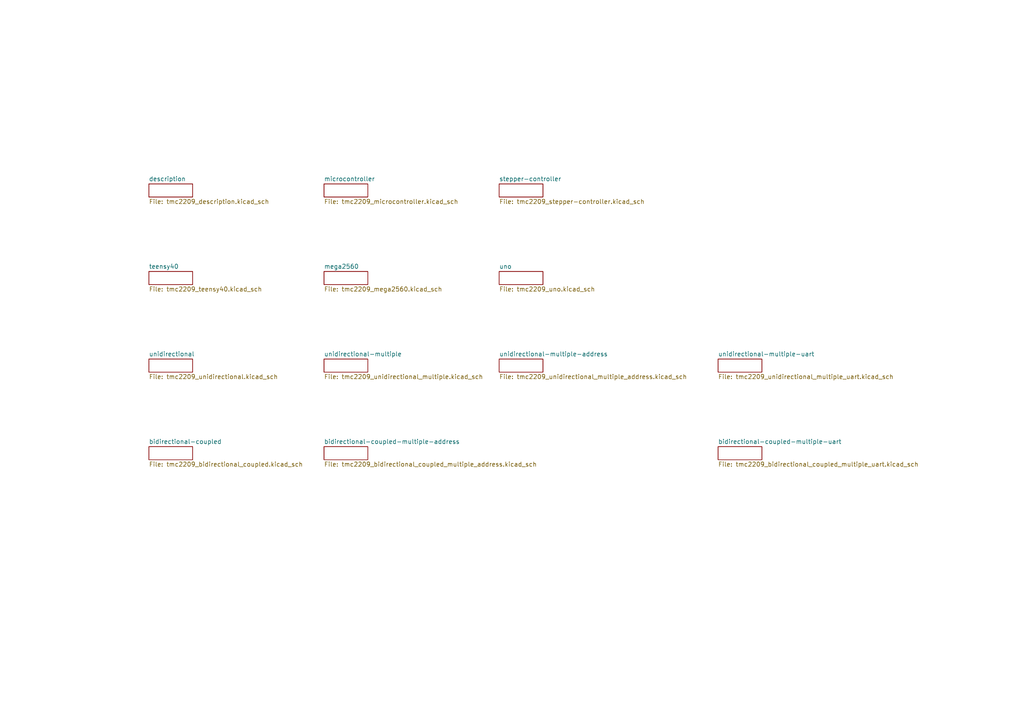
<source format=kicad_sch>
(kicad_sch (version 20230121) (generator eeschema)
  (paper "A4")
  (title_block (title "Trinamic Wiring") (date "2024-06-13") (rev "0.4") (company "Janelia Research Campus"))
  (lib_symbols)
  (sheet (at 208.28 129.54) (size 12.7 3.81) (stroke (width 0.1524))
    (property "Sheetname" "bidirectional-coupled-multiple-uart" (at 208.28 128.8284 0) (effects (justify left bottom)))
    (property "Sheetfile" "tmc2209_bidirectional_coupled_multiple_uart.kicad_sch" (at 208.28 133.9346 0) (effects (justify left top)))
  )
  (sheet (at 43.18 104.14) (size 12.7 3.81) (stroke (width 0.1524))
    (property "Sheetname" "unidirectional" (at 43.18 103.4284 0) (effects (justify left bottom)))
    (property "Sheetfile" "tmc2209_unidirectional.kicad_sch" (at 43.18 108.5346 0) (effects (justify left top)))
  )
  (sheet (at 144.78 53.34) (size 12.7 3.81) (stroke (width 0.1524))
    (property "Sheetname" "stepper-controller" (at 144.78 52.6284 0) (effects (justify left bottom)))
    (property "Sheetfile" "tmc2209_stepper-controller.kicad_sch" (at 144.78 57.7346 0) (effects (justify left top)))
  )
  (sheet (at 43.18 78.74) (size 12.7 3.81) (stroke (width 0.1524))
    (property "Sheetname" "teensy40" (at 43.18 78.0284 0) (effects (justify left bottom)))
    (property "Sheetfile" "tmc2209_teensy40.kicad_sch" (at 43.18 83.1346 0) (effects (justify left top)))
  )
  (sheet (at 93.98 104.14) (size 12.7 3.81) (stroke (width 0.1524))
    (property "Sheetname" "unidirectional-multiple" (at 93.98 103.4284 0) (effects (justify left bottom)))
    (property "Sheetfile" "tmc2209_unidirectional_multiple.kicad_sch" (at 93.98 108.5346 0) (effects (justify left top)))
  )
  (sheet (at 93.98 129.54) (size 12.7 3.81) (stroke (width 0.1524))
    (property "Sheetname" "bidirectional-coupled-multiple-address" (at 93.98 128.8284 0) (effects (justify left bottom)))
    (property "Sheetfile" "tmc2209_bidirectional_coupled_multiple_address.kicad_sch" (at 93.98 133.9346 0) (effects (justify left top)))
  )
  (sheet (at 144.78 78.74) (size 12.7 3.81) (stroke (width 0.1524))
    (property "Sheetname" "uno" (at 144.78 78.0284 0) (effects (justify left bottom)))
    (property "Sheetfile" "tmc2209_uno.kicad_sch" (at 144.78 83.1346 0) (effects (justify left top)))
  )
  (sheet (at 43.18 53.34) (size 12.7 3.81) (stroke (width 0.1524))
    (property "Sheetname" "description" (at 43.18 52.6284 0) (effects (justify left bottom)))
    (property "Sheetfile" "tmc2209_description.kicad_sch" (at 43.18 57.7346 0) (effects (justify left top)))
  )
  (sheet (at 93.98 53.34) (size 12.7 3.81) (stroke (width 0.1524))
    (property "Sheetname" "microcontroller" (at 93.98 52.6284 0) (effects (justify left bottom)))
    (property "Sheetfile" "tmc2209_microcontroller.kicad_sch" (at 93.98 57.7346 0) (effects (justify left top)))
  )
  (sheet (at 144.78 104.14) (size 12.7 3.81) (stroke (width 0.1524))
    (property "Sheetname" "unidirectional-multiple-address" (at 144.78 103.4284 0) (effects (justify left bottom)))
    (property "Sheetfile" "tmc2209_unidirectional_multiple_address.kicad_sch" (at 144.78 108.5346 0) (effects (justify left top)))
  )
  (sheet (at 208.28 104.14) (size 12.7 3.81) (stroke (width 0.1524))
    (property "Sheetname" "unidirectional-multiple-uart" (at 208.28 103.4284 0) (effects (justify left bottom)))
    (property "Sheetfile" "tmc2209_unidirectional_multiple_uart.kicad_sch" (at 208.28 108.5346 0) (effects (justify left top)))
  )
  (sheet (at 43.18 129.54) (size 12.7 3.81) (stroke (width 0.1524))
    (property "Sheetname" "bidirectional-coupled" (at 43.18 128.8284 0) (effects (justify left bottom)))
    (property "Sheetfile" "tmc2209_bidirectional_coupled.kicad_sch" (at 43.18 133.9346 0) (effects (justify left top)))
  )
  (sheet (at 93.98 78.74) (size 12.7 3.81) (stroke (width 0.1524))
    (property "Sheetname" "mega2560" (at 93.98 78.0284 0) (effects (justify left bottom)))
    (property "Sheetfile" "tmc2209_mega2560.kicad_sch" (at 93.98 83.1346 0) (effects (justify left top)))
  )
)
</source>
